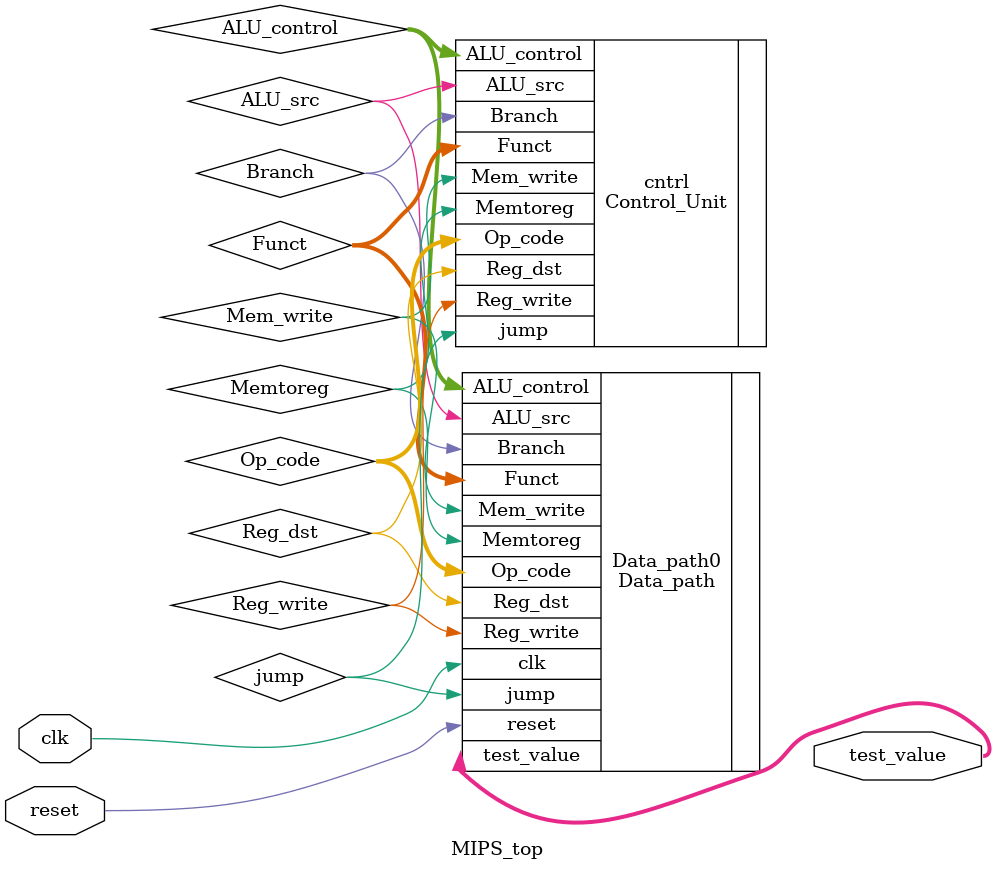
<source format=v>
`timescale 1ns / 1ps


module MIPS_top(
    input clk,
    input reset,
    output [31:0] test_value
    );
    wire[5:0] Funct,Op_code;
    wire[2:0] ALU_control;
    wire jump,Memtoreg,Mem_write,Branch,ALU_src,Reg_dst,Reg_write,zero;
//    PC           pc1(.clk(clk),.reset(reset),.pc_input(pc_input),.pc_output(pc_output));
//    inst_mem     inst_mem1(.PC(pc_output),.Instr(instr));
//    reg_file     reg_file1(.clk(clk),.reset(reset),.w_en(Reg_write),.w_addr(w_addr_reg),.w_data(w_data_reg),.r_addr1(instr[25:21]),.r_addr2(instr[20:16]),.r_data1(SrcA),.r_data2(r_data2));
//    Sign_extend  Sign_extend1(.Instr(instr[15:0]),.SignImm(SignImm));
//    MUX_2X1#(32) ALU    (.sel(ALU_src),.in1(r_data2),.in2(SignImm),.out(SrcB));
//    ALU          ALU1(.SrcA(SrcA),.SrcB(SrcB),.ALU_control(ALU_control),.zero_flag(zero),.ALU_result(ALU_result));
//    Data_mem     Data_mem1(.clk(clk),.reset(reset),.w_en(Mem_write),.addr(ALU_result),.w_data(r_data2),.r_data(r_data_mem),.test_value(test_value));
//    MUX_2X1#(32) Result (.sel(Memtoreg),.in1(ALU_result),.in2(r_data_mem),.out(w_data_reg));
//    MUX_2X1#(5) Writereg (.sel(Reg_dst),.in1(instr[20:16]),.in2(instr[15:11]),.out(w_addr_reg));
//    MUX_2X1#(32) mux_pc_jump (.sel(jump),.in1(branch_jump_wire),.in2({pc_plus_4[31:28],pc_jump}),.out(pc_input));
//    MUX_2X1#(32) mux_pc_branch (.sel(zero&Branch),.in1(pc_plus_4),.in2(pc_branch),.out(branch_jump_wire));
//    shf_left_twice#(32) shf_branch (.in(SignImm),.out(branch_before));
//    Adder adder_pc_branch (.A(branch_before),.B(pc_plus_4),.C(pc_branch));
//    Adder pc_4 (.A(pc_output),.B(32'd4),.C(pc_plus_4));
//    shf_left_twice#(28) shf_jump (.in({2'b00,instr[25:0]}),.out(pc_jump));

   
    Control_Unit cntrl(.Funct(Funct),.Op_code(Op_code),.ALU_control(ALU_control),.jump(jump),.Memtoreg(Memtoreg),.Mem_write(Mem_write),.Branch(Branch),.ALU_src(ALU_src),.Reg_dst(Reg_dst),.Reg_write(Reg_write));
   
   
    Data_path Data_path0(
      .clk(clk),.reset(reset),
      .jump(jump),.Memtoreg(Memtoreg),.Mem_write(Mem_write),.Branch(Branch),.ALU_src(ALU_src),.Reg_dst(Reg_dst),.Reg_write(Reg_write),
       .ALU_control(ALU_control),
       .Funct(Funct),.Op_code(Op_code),
       .test_value(test_value)
    );
    endmodule

</source>
